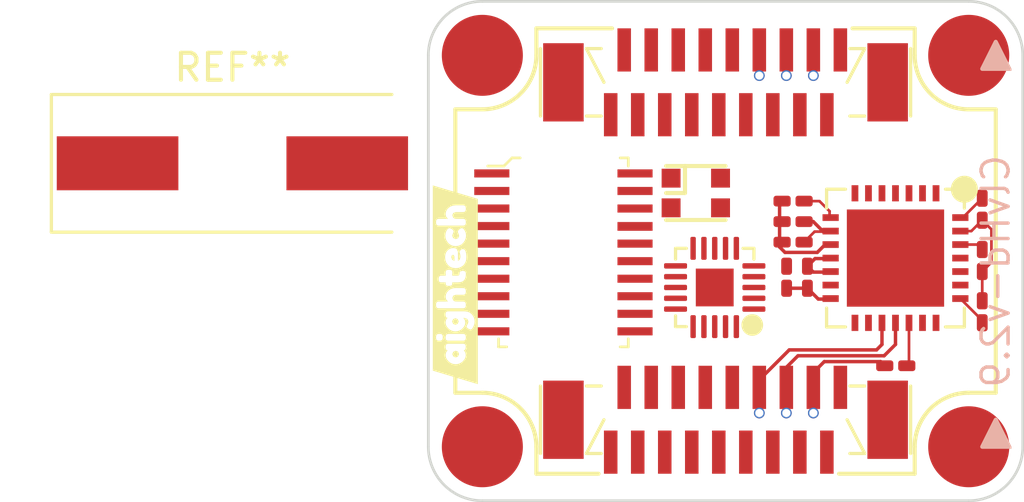
<source format=kicad_pcb>
(kicad_pcb (version 20221018) (generator pcbnew)
  (layers (0 "F.Cu" signal "Front") (1 "In1.Cu" signal) (2 "In2.Cu" signal) (31 "B.Cu" signal "Back") (34 "B.Paste" user) (35 "F.Paste" user) (36 "B.SilkS" user "B.Silkscreen") (37 "F.SilkS" user "F.Silkscreen") (38 "B.Mask" user) (39 "F.Mask" user) (44 "Edge.Cuts" user))
  (net 0 "")
  (net 1 "+3.3V")
  (net 2 "GND")
  (net 3 "DOUT")
  (net 4 "IN1")
  (net 5 "IN2")
  (net 6 "IN3")
  (net 7 "IN4")
  (net 8 "IN5")
  (net 9 "IN_ref")
  (net 10 "SCLK")
  (net 11 "DIN")
  (net 12 "OUT3")
  (net 13 "LED_OUT")
  (net 14 "LED_IN")
  (net 15 "ADD_IN2")
  (net 16 "ADD_IN3")
  (net 17 "ADD_IN4")
  (net 18 "ADD_IN1")
  (net 19 "ADD_OUT1")
  (net 20 "ADD_OUT2")
  (net 21 "ADD_OUT3")
  (net 22 "ADD_OUT4")
  (net 23 "I2C_SCL")
  (net 24 "I2C_SDA")
  (net 25 "AUX1")
  (net 26 "OUT1")
  (net 27 "OUT2")
  (net 28 "/ADS1293CISQE_0402_unit/RLDREF")
  (net 29 "/Vcap")
  (net 30 "/ADS1293CISQE_0402_unit/RLDOUT")
  (net 31 "+5VA")
  (net 32 "ALARMB")
  (net 33 "D_RDYB")
  (net 34 "RESETB")
  (net 35 "AUX2")
  (net 36 "/ADS1293CISQE_0402_unit/RLDINV")
  (net 37 "/ADS1293CISQE_0402_unit/cvref")
  (net 46 "/ADS1293CISQE_0402_unit/CMOUT")
  (net 47 "/ADS1293CISQE_0402_unit/sdo")
  (net 51 "CSB")
  (net 52 "/ADS1293CISQE_0402_unit/D_RDYB")
  (net 53 "/ADS1293CISQE_0402_unit/ALARMB")
  (net 59 "/ADS1293CISQE_0402_unit/XTAL1")
  (net 60 "/ADS1293CISQE_0402_unit/XTAL2")
  (footprint "Capacitor_SMD:C_0201_0603Metric_Pad0.64x0.40mm_HandSolder" (layer "F.Cu") (at 180.88 83.14)
    (fp_text reference "C4" hide)
    (fp_text value "1nF" hide)
    (pad "1" smd roundrect (at -0.4075 0) (size 0.635 0.4) (layers "F.Cu" "F.Mask") (net 36 "/ADS1293CISQE_0402_unit/RLDINV"))
    (pad "2" smd roundrect (at 0.4075 0) (size 0.635 0.4) (layers "F.Cu" "F.Mask") (net 30 "/ADS1293CISQE_0402_unit/RLDOUT"))
  )
  (footprint "Capacitor_SMD:C_0201_0603Metric_Pad0.64x0.40mm_HandSolder" (layer "F.Cu") (at 180.64 85.2 90)
    (fp_text reference "C8" hide)
    (fp_text value "4.7uF" hide)
    (pad "1" smd roundrect (at -0.4075 0 90) (size 0.635 0.4) (layers "F.Cu" "F.Mask") (net 2 "GND"))
    (pad "2" smd roundrect (at 0.4075 0 90) (size 0.635 0.4) (layers "F.Cu" "F.Mask") (net 29 "/Vcap"))
  )
  (footprint "Resistor_SMD:R_0201_0603Metric_Pad0.64x0.40mm_HandSolder" (layer "F.Cu") (at 180.88 83.9)
    (fp_text reference "R2" hide)
    (fp_text value "10M" hide)
    (pad "1" smd roundrect (at -0.4075 0) (size 0.635 0.4) (layers "F.Cu" "F.Mask") (net 36 "/ADS1293CISQE_0402_unit/RLDINV"))
    (pad "2" smd roundrect (at 0.4075 0) (size 0.635 0.4) (layers "F.Cu" "F.Mask") (net 30 "/ADS1293CISQE_0402_unit/RLDOUT"))
  )
  (footprint "Resistor_SMD:R_0201_0603Metric_Pad0.64x0.40mm_HandSolder" (layer "F.Cu") (at 180.88 82.38)
    (fp_text reference "R1" hide)
    (fp_text value "10K" hide)
    (pad "1" smd roundrect (at -0.4075 0) (size 0.635 0.4) (layers "F.Cu" "F.Mask") (net 36 "/ADS1293CISQE_0402_unit/RLDINV"))
    (pad "2" smd roundrect (at 0.4075 0) (size 0.635 0.4) (layers "F.Cu" "F.Mask") (net 46 "/ADS1293CISQE_0402_unit/CMOUT"))
  )
  (footprint "Crystal:Crystal_SMD_HC49-SD" (layer "F.Cu") (at 160.13 80.98)
    (fp_text reference "REF**" (at 0 -3.55) (layer "F.SilkS"))
    (fp_text value "Crystal_SMD_HC49-SD")
    (fp_line (start -6.7 -2.55) (end -6.7 2.55) (stroke (width 0.12)) (layer "F.SilkS"))
    (fp_line (start -6.7 2.55) (end 5.9 2.55) (stroke (width 0.12)) (layer "F.SilkS"))
    (fp_line (start 5.9 -2.55) (end -6.7 -2.55) (stroke (width 0.12)) (layer "F.SilkS"))
    (pad "1" smd rect (at -4.25 0) (size 4.5 2) (layers "F.Cu" "F.Paste" "F.Mask"))
    (pad "2" smd rect (at 4.25 0) (size 4.5 2) (layers "F.Cu" "F.Paste" "F.Mask"))
  )
  (footprint "kibuzzard-63F61033" (layer "F.Cu") (at 168.380001 85.48 90)
    (fp_text reference "kibuzzard-63F61033" hide)
    (fp_text value "G***" hide)
    (fp_poly (pts (xy 1.060132 -0.03429) (xy 1.114425 -0.08001) (xy 1.089422 -0.132874) (xy 1.017984 -0.152876) (xy 0.92583 -0.115014) (xy 0.88011 -0.03429) (xy 1.060132 -0.03429)) (fill solid) (layer "F.SilkS"))
    (fp_poly (pts (xy -2.693194 0.014287) (xy -2.656046 0.099298) (xy -2.566035 0.13716) (xy -2.478167 0.098584) (xy -2.443162 0.013573) (xy -2.476738 -0.072866) (xy -2.566749 -0.112871) (xy -2.658189 -0.072866) (xy -2.693194 0.014287)) (fill solid) (layer "F.SilkS"))
    (fp_poly (pts (xy -1.483042 0.003572) (xy -1.446609 0.087154) (xy -1.358027 0.124301) (xy -1.271587 0.086439) (xy -1.237297 0.003572) (xy -1.270159 -0.080724) (xy -1.358741 -0.120015) (xy -1.448752 -0.081439) (xy -1.483042 0.003572)) (fill solid) (layer "F.SilkS"))
    (fp_poly (pts (xy -2.943225 -0.833438) (xy -3.18135 -0.833438) (xy -3.681412 0.833438) (xy -3.18135 0.833438) (xy -2.943225 0.833438) (xy -2.296716 0.833438) (xy -2.296716 0.387191) (xy -2.401014 0.367903) (xy -2.431732 0.311467) (xy -2.502277 0.36826) (xy -2.608183 0.387191) (xy -2.68859 0.37465) (xy -2.765028 0.337026) (xy -2.837497 0.27432) (xy -2.896235 0.195024) (xy -2.931477 0.107632) (xy -2.943225 0.012144) (xy -2.931398 -0.083264) (xy -2.895917 -0.170418) (xy -2.836783 -0.249317) (xy -2.76352 -0.311626) (xy -2.685653 -0.349012) (xy -2.603182 -0.361474) (xy -2.5146 -0.344329) (xy -2.458879 -0.312182) (xy -2.433161 -0.282893) (xy -2.400657 -0.3429) (xy -2.32029 -0.362903) (xy -2.237422 -0.35433) (xy -2.199561 -0.324326) (xy -2.186702 -0.286464) (xy -2.184559 -0.237173) (xy -2.184559 0.26289) (xy -2.186702 0.312182) (xy -2.198846 0.350044) (xy -2.233315 0.377904) (xy -2.296716 0.387191) (xy -2.296716 0.833438) (xy -1.945957 0.833438) (xy -1.945957 0.390049) (xy -2.018467 0.380405) (xy -2.055971 0.351473) (xy -2.068116 0.314325) (xy -2.070259 0.264319) (xy -2.070259 -0.237173) (xy -2.068116 -0.286464) (xy -2.055971 -0.324326) (xy -2.018109 -0.352187) (xy -1.945243 -0.361384) (xy -1.945243 -0.464344) (xy -2.017395 -0.472916) (xy -2.055257 -0.50292) (xy -2.068116 -0.540782) (xy -2.070259 -0.590074) (xy -2.068116 -0.639366) (xy -2.055971 -0.675799) (xy -2.018109 -0.704731) (xy -1.944529 -0.714375) (xy -1.872377 -0.704731) (xy -1.835944 -0.675799) (xy -1.822371 -0.637937) (xy -1.820227 -0.588645) (xy -1.822371 -0.539353) (xy -1.835229 -0.502206) (xy -1.873091 -0.472916) (xy -1.945243 -0.464344) (xy -1.945243 -0.361384) (xy -1.944529 -0.361474) (xy -1.847374 -0.337185) (xy -1.821656 -0.275749) (xy -1.820227 -0.234315) (xy -1.820227 0.265747) (xy -1.822371 0.315039) (xy -1.835944 0.352901) (xy -1.872734 0.380762) (xy -1.945957 0.390049) (xy -1.945957 0.833438) (xy -1.355884 0.833438) (xy -1.355884 0.714375) (xy -1.461968 0.701159) (xy -1.563052 0.661511) (xy -1.63699 0.611148) (xy -1.661636 0.565785) (xy -1.618774 0.467201) (xy -1.576626 0.425768) (xy -1.541621 0.414338) (xy -1.500187 0.431483) (xy -1.42875 0.47113) (xy -1.351597 0.484346) (xy -1.263015 0.441484) (xy -1.228725 0.338614) (xy -1.228725 0.295751) (xy -1.299091 0.349329) (xy -1.401604 0.367189) (xy -1.478994 0.355044) (xy -1.553051 0.318611) (xy -1.623774 0.257889) (xy -1.681321 0.180975) (xy -1.715849 0.095964) (xy -1.727359 0.002857) (xy -1.71577 -0.090329) (xy -1.681004 -0.175578) (xy -1.62306 -0.252889) (xy -1.551305 -0.314008) (xy -1.475105 -0.350679) (xy -1.39446 -0.362903) (xy -1.305877 -0.345043) (xy -1.250871 -0.312182) (xy -1.227296 -0.284321) (xy -1.198007 -0.345043) (xy -1.117282 -0.36576) (xy -1.035844 -0.357188) (xy -0.999411 -0.327898) (xy -0.986552 -0.291465) (xy -0.984409 -0.242888) (xy -0.984409 0.348615) (xy -0.997109 0.451088) (xy -1.035209 0.539433) (xy -1.098709 0.613648) (xy -1.178084 0.669608) (xy -1.263809 0.703183) (xy -1.355884 0.714375) (xy -1.355884 0.833438) (xy -0.245745 0.833438) (xy -0.245745 0.390049) (xy -0.316468 0.380762) (xy -0.35433 0.352901) (xy -0.367903 0.314325) (xy -0.370046 0.26289) (xy -0.370046 0.012859) (xy -0.402907 -0.078581) (xy -0.486489 -0.111443) (xy -0.575786 -0.080724) (xy -0.620077 -0.01143) (xy -0.620077 0.265747) (xy -0.622221 0.315039) (xy -0.635794 0.352901) (xy -0.672584 0.380762) (xy -0.745807 0.390049) (xy -0.818317 0.380405) (xy -0.855821 0.351473) (xy -0.867966 0.314325) (xy -0.870109 0.264319) (xy -0.870109 -0.590074) (xy -0.867966 -0.639366) (xy -0.855821 -0.675799) (xy -0.817959 -0.704731) (xy -0.744379 -0.714375) (xy -0.672227 -0.704731) (xy -0.635794 -0.675799) (xy -0.622221 -0.637937) (xy -0.620077 -0.588645) (xy -0.620077 -0.272891) (xy -0.542568 -0.338257) (xy -0.452914 -0.360045) (xy -0.362982 -0.34798) (xy -0.283686 -0.311785) (xy -0.215027 -0.25146) (xy -0.162242 -0.173673) (xy -0.130572 -0.08509) (xy -0.120015 0.014287) (xy -0.120015 0.265747) (xy -0.122158 0.315039) (xy -0.135731 0.352901) (xy -0.172522 0.380762) (xy -0.245745 0.390049) (xy -0.245745 0.833438) (xy 0.392906 0.833438) (xy 0.392906 0.390049) (xy 0.301784 0.382587) (xy 0.226536 0.360204) (xy 0.167164 0.322897) (xy 0.124301 0.267811) (xy 0.098584 0.192088) (xy 0.090011 0.095726) (xy 0.090011 -0.115729) (xy 0.031433 -0.111443) (xy -0.020717 -0.135731) (xy -0.041434 -0.218599) (xy -0.03429 -0.303609) (xy -0.014287 -0.341471) (xy 0.042863 -0.360045) (xy 0.090011 -0.35433) (xy 0.090011 -0.501491) (xy 0.092154 -0.550069) (xy 0.105728 -0.584359) (xy 0.142518 -0.611148) (xy 0.215741 -0.620078) (xy 0.293251 -0.606862) (xy 0.33147 -0.567214) (xy 0.338614 -0.494348) (xy 0.338614 -0.35433) (xy 0.433626 -0.360045) (xy 0.482203 -0.357902) (xy 0.520065 -0.344329) (xy 0.547926 -0.307538) (xy 0.557213 -0.234315) (xy 0.547568 -0.161806) (xy 0.518636 -0.124301) (xy 0.480774 -0.112157) (xy 0.431483 -0.110014) (xy 0.338614 -0.115729) (xy 0.338614 0.081439) (xy 0.350758 0.13716) (xy 0.396478 0.154305) (xy 0.447913 0.156448) (xy 0.485775 0.170021) (xy 0.518636 0.265747) (xy 0.508635 0.338257) (xy 0.478631 0.375761) (xy 0.440769 0.387906) (xy 0.392906 0.390049) (xy 0.392906 0.833438) (xy 1.020127 0.833438) (xy 1.020127 0.408623) (xy 0.920294 0.399514) (xy 0.832247 0.372189) (xy 0.759202 0.329863) (xy 0.704374 0.275749) (xy 0.654368 0.19558) (xy 0.624364 0.109379) (xy 0.614363 0.017145) (xy 0.627301 -0.094853) (xy 0.666115 -0.190818) (xy 0.730806 -0.270748) (xy 0.814864 -0.330676) (xy 0.911781 -0.366633) (xy 1.021556 -0.378619) (xy 1.114246 -0.369868) (xy 1.193721 -0.343614) (xy 1.259979 -0.299859) (xy 1.313021 -0.238601) (xy 1.349454 -0.160913) (xy 1.361599 -0.076438) (xy 1.350705 0) (xy 1.318022 0.053578) (xy 1.221581 0.095726) (xy 0.882967 0.095726) (xy 0.930116 0.162878) (xy 1.024414 0.190024) (xy 1.098352 0.185738) (xy 1.15443 0.172879) (xy 1.170146 0.167164) (xy 1.227296 0.151448) (xy 1.305878 0.215741) (xy 1.324451 0.281464) (xy 1.305431 0.337096) (xy 1.24837 0.376833) (xy 1.153269 0.400675) (xy 1.020127 0.408623) (xy 1.020127 0.833438) (xy 1.821656 0.833438) (xy 1.821656 0.397193) (xy 1.734185 0.386556) (xy 1.648936 0.354648) (xy 1.56591 0.301466) (xy 1.512689 0.248067) (xy 1.470184 0.179308) (xy 1.442323 0.098941) (xy 1.433036 0.010716) (xy 1.442323 -0.077152) (xy 1.470184 -0.156448) (xy 1.512689 -0.224135) (xy 1.56591 -0.277178) (xy 1.646714 -0.329565) (xy 1.73101 -0.360998) (xy 1.818799 -0.371475) (xy 1.924526 -0.356473) (xy 2.00025 -0.327184) (xy 2.02311 -0.312896) (xy 2.063115 -0.28575) (xy 2.100263 -0.220742) (xy 2.070259 -0.138589) (xy 2.019895 -0.079653) (xy 1.971675 -0.060008) (xy 1.894523 -0.09144) (xy 1.820942 -0.115729) (xy 1.731645 -0.081439) (xy 1.690211 0.013573) (xy 1.730216 0.107871) (xy 1.815227 0.141446) (xy 1.899523 0.115014) (xy 1.963103 0.088582) (xy 2.010608 0.107513) (xy 2.067401 0.164306) (xy 2.100263 0.238601) (xy 2.080617 0.291108) (xy 2.021681 0.340042) (xy 1.930956 0.382905) (xy 1.821656 0.397193) (xy 1.821656 0.833438) (xy 2.817495 0.833438) (xy 2.817495 0.390049) (xy 2.746772 0.380762) (xy 2.70891 0.352901) (xy 2.695337 0.314325) (xy 2.693194 0.26289) (xy 2.693194 0.012859) (xy 2.660332 -0.078581) (xy 2.576751 -0.111443) (xy 2.487454 -0.080724) (xy 2.443162 -0.01143) (xy 2.443162 0.265747) (xy 2.441019 0.315039) (xy 2.427446 0.352901) (xy 2.390656 0.380762) (xy 2.317433 0.390049) (xy 2.244923 0.380405) (xy 2.207419 0.351473) (xy 2.195274 0.314325) (xy 2.193131 0.264319) (xy 2.193131 -0.590074) (xy 2.195274 -0.639366) (xy 2.207419 -0.675799) (xy 2.245281 -0.704731) (xy 2.318861 -0.714375) (xy 2.391013 -0.704731) (xy 2.427446 -0.675799) (xy 2.441019 -0.637937) (xy 2.443162 -0.588645) (xy 2.443162 -0.272891) (xy 2.520672 -0.338257) (xy 2.610326 -0.360045) (xy 2.700258 -0.34798) (xy 2.779554 -0.311785) (xy 2.848213 -0.25146) (xy 2.900998 -0.173673) (xy 2.932668 -0.08509) (xy 2.943225 0.014287) (xy 2.943225 0.265747) (xy 2.941082 0.315039) (xy 2.927509 0.352901) (xy 2.890718 0.380762) (xy 2.817495 0.390049) (xy 2.817495 0.833438) (xy 2.943225 0.833438) (xy 3.18135 0.833438) (xy 3.681413 -0.833438) (xy 3.18135 -0.833438) (xy 2.943225 -0.833438) (xy -2.943225 -0.833438)) (fill solid) (layer "F.SilkS"))
  )
  (footprint "00_custom-footprints:insert_1.2mm" (layer "F.Cu") (at 169.38 76.98)
    (fp_text reference "I4" hide)
    (fp_text value "smd_insert" hide)
    (pad "1" smd circle (at 0 0) (size 3 3) (layers "F.Cu" "F.Mask"))
  )
  (footprint "Resistor_SMD:R_0201_0603Metric_Pad0.64x0.40mm_HandSolder" (layer "F.Cu") (at 184.68 88.48 180)
    (fp_text reference "R3" hide)
    (fp_text value "51" hide)
    (pad "1" smd roundrect (at -0.4075 0 180) (size 0.635 0.4) (layers "F.Cu" "F.Mask") (net 47 "/ADS1293CISQE_0402_unit/sdo"))
    (pad "2" smd roundrect (at 0.4075 0 180) (size 0.635 0.4) (layers "F.Cu" "F.Mask") (net 3 "DOUT"))
  )
  (footprint "00_custom-footprints:XF2J-1824-12A" (layer "F.Cu") (at 178.38 77.98 180)
    (fp_text reference "J2" hide)
    (fp_text value "XF2J-1824-12A" hide)
    (fp_line (start -6.85 1.25) (end -6.85 -1.25) (stroke (width 0.12)) (layer "F.SilkS"))
    (fp_line (start -4.6 -1.25) (end -5.15 -1.25) (stroke (width 0.12)) (layer "F.SilkS"))
    (fp_line (start -4.6 1.25) (end -5.15 1.25) (stroke (width 0.12)) (layer "F.SilkS"))
    (fp_line (start -4.5 0) (end -5.15 1.25) (stroke (width 0.12)) (layer "F.SilkS"))
    (fp_line (start 4.5 0) (end 5.15 1.25) (stroke (width 0.12)) (layer "F.SilkS"))
    (fp_line (start 4.6 1.25) (end 5.15 1.25) (stroke (width 0.12)) (layer "F.SilkS"))
    (fp_line (start 5.15 -1.25) (end 4.6 -1.25) (stroke (width 0.12)) (layer "F.SilkS"))
    (fp_line (start 6.85 1.25) (end 6.85 -1.25) (stroke (width 0.12)) (layer "F.SilkS"))
    (pad "1" smd rect (at -4.25 1.2 180) (size 0.5 1.6) (layers "F.Cu" "F.Paste" "F.Mask") (net 1 "+3.3V"))
    (pad "2" smd rect (at -3.75 -1.2 180) (size 0.5 1.6) (layers "F.Cu" "F.Paste" "F.Mask") (net 31 "+5VA"))
    (pad "3" smd rect (at -3.25 1.2 180) (size 0.5 1.6) (layers "F.Cu" "F.Paste" "F.Mask") (net 3 "DOUT"))
    (pad "4" smd rect (at -2.75 -1.2 180) (size 0.5 1.6) (layers "F.Cu" "F.Paste" "F.Mask") (net 2 "GND"))
    (pad "5" smd rect (at -2.25 1.2 180) (size 0.5 1.6) (layers "F.Cu" "F.Paste" "F.Mask") (net 11 "DIN"))
    (pad "6" smd rect (at -1.75 -1.2 180) (size 0.5 1.6) (layers "F.Cu" "F.Paste" "F.Mask") (net 35 "AUX2"))
    (pad "7" smd rect (at -1.25 1.2 180) (size 0.5 1.6) (layers "F.Cu" "F.Paste" "F.Mask") (net 10 "SCLK"))
    (pad "8" smd rect (at -0.75 -1.2 180) (size 0.5 1.6) (layers "F.Cu" "F.Paste" "F.Mask") (net 25 "AUX1"))
    (pad "9" smd rect (at -0.25 1.2 180) (size 0.5 1.6) (layers "F.Cu" "F.Paste" "F.Mask") (net 2 "GND"))
    (pad "10" smd rect (at 0.25 -1.2 180) (size 0.5 1.6) (layers "F.Cu" "F.Paste" "F.Mask") (net 9 "IN_ref"))
    (pad "11" smd rect (at 0.75 1.2 180) (size 0.5 1.6) (layers "F.Cu" "F.Paste" "F.Mask") (net 34 "RESETB"))
    (pad "12" smd rect (at 1.25 -1.2 180) (size 0.5 1.6) (layers "F.Cu" "F.Paste" "F.Mask") (net 23 "I2C_SCL"))
    (pad "13" smd rect (at 1.75 1.2 180) (size 0.5 1.6) (layers "F.Cu" "F.Paste" "F.Mask") (net 24 "I2C_SDA"))
    (pad "14" smd rect (at 2.25 -1.2 180) (size 0.5 1.6) (layers "F.Cu" "F.Paste" "F.Mask") (net 22 "ADD_OUT4"))
    (pad "15" smd rect (at 2.75 1.2 180) (size 0.5 1.6) (layers "F.Cu" "F.Paste" "F.Mask") (net 21 "ADD_OUT3"))
    (pad "16" smd rect (at 3.25 -1.2 180) (size 0.5 1.6) (layers "F.Cu" "F.Paste" "F.Mask") (net 20 "ADD_OUT2"))
    (pad "17" smd rect (at 3.75 1.2 180) (size 0.5 1.6) (layers "F.Cu" "F.Paste" "F.Mask") (net 19 "ADD_OUT1"))
    (pad "18" smd rect (at 4.25 -1.2 180) (size 0.5 1.6) (layers "F.Cu" "F.Paste" "F.Mask") (net 13 "LED_OUT"))
    (pad "19" smd rect (at -6 0 180) (size 1.5 2.9) (layers "F.Cu" "F.Paste" "F.Mask"))
    (pad "20" smd rect (at 6 0 180) (size 1.5 2.9) (layers "F.Cu" "F.Paste" "F.Mask"))
  )
  (footprint "00_custom-footprints:XF2J-1824-12A" (layer "F.Cu") (at 178.38 90.48)
    (fp_text reference "J1" hide)
    (fp_text value "XF2J-1824-12A" hide)
    (fp_line (start -6.85 1.25) (end -6.85 -1.25) (stroke (width 0.12)) (layer "F.SilkS"))
    (fp_line (start -4.6 -1.25) (end -5.15 -1.25) (stroke (width 0.12)) (layer "F.SilkS"))
    (fp_line (start -4.6 1.25) (end -5.15 1.25) (stroke (width 0.12)) (layer "F.SilkS"))
    (fp_line (start -4.5 0) (end -5.15 1.25) (stroke (width 0.12)) (layer "F.SilkS"))
    (fp_line (start 4.5 0) (end 5.15 1.25) (stroke (width 0.12)) (layer "F.SilkS"))
    (fp_line (start 4.6 1.25) (end 5.15 1.25) (stroke (width 0.12)) (layer "F.SilkS"))
    (fp_line (start 5.15 -1.25) (end 4.6 -1.25) (stroke (width 0.12)) (layer "F.SilkS"))
    (fp_line (start 6.85 1.25) (end 6.85 -1.25) (stroke (width 0.12)) (layer "F.SilkS"))
    (pad "1" smd rect (at -4.25 1.2) (size 0.5 1.6) (layers "F.Cu" "F.Paste" "F.Mask") (net 14 "LED_IN"))
    (pad "2" smd rect (at -3.75 -1.2) (size 0.5 1.6) (layers "F.Cu" "F.Paste" "F.Mask") (net 18 "ADD_IN1"))
    (pad "3" smd rect (at -3.25 1.2) (size 0.5 1.6) (layers "F.Cu" "F.Paste" "F.Mask") (net 15 "ADD_IN2"))
    (pad "4" smd rect (at -2.75 -1.2) (size 0.5 1.6) (layers "F.Cu" "F.Paste" "F.Mask") (net 16 "ADD_IN3"))
    (pad "5" smd rect (at -2.25 1.2) (size 0.5 1.6) (layers "F.Cu" "F.Paste" "F.Mask") (net 17 "ADD_IN4"))
    (pad "6" smd rect (at -1.75 -1.2) (size 0.5 1.6) (layers "F.Cu" "F.Paste" "F.Mask") (net 24 "I2C_SDA"))
    (pad "7" smd rect (at -1.25 1.2) (size 0.5 1.6) (layers "F.Cu" "F.Paste" "F.Mask") (net 23 "I2C_SCL"))
    (pad "8" smd rect (at -0.75 -1.2) (size 0.5 1.6) (layers "F.Cu" "F.Paste" "F.Mask") (net 34 "RESETB"))
    (pad "9" smd rect (at -0.25 1.2) (size 0.5 1.6) (layers "F.Cu" "F.Paste" "F.Mask") (net 9 "IN_ref"))
    (pad "10" smd rect (at 0.25 -1.2) (size 0.5 1.6) (layers "F.Cu" "F.Paste" "F.Mask") (net 2 "GND"))
    (pad "11" smd rect (at 0.75 1.2) (size 0.5 1.6) (layers "F.Cu" "F.Paste" "F.Mask") (net 25 "AUX1"))
    (pad "12" smd rect (at 1.25 -1.2) (size 0.5 1.6) (layers "F.Cu" "F.Paste" "F.Mask") (net 10 "SCLK"))
    (pad "13" smd rect (at 1.75 1.2) (size 0.5 1.6) (layers "F.Cu" "F.Paste" "F.Mask") (net 35 "AUX2"))
    (pad "14" smd rect (at 2.25 -1.2) (size 0.5 1.6) (layers "F.Cu" "F.Paste" "F.Mask") (net 11 "DIN"))
    (pad "15" smd rect (at 2.75 1.2) (size 0.5 1.6) (layers "F.Cu" "F.Paste" "F.Mask") (net 2 "GND"))
    (pad "16" smd rect (at 3.25 -1.2) (size 0.5 1.6) (layers "F.Cu" "F.Paste" "F.Mask") (net 3 "DOUT"))
    (pad "17" smd rect (at 3.75 1.2) (size 0.5 1.6) (layers "F.Cu" "F.Paste" "F.Mask") (net 31 "+5VA"))
    (pad "18" smd rect (at 4.25 -1.2) (size 0.5 1.6) (layers "F.Cu" "F.Paste" "F.Mask") (net 1 "+3.3V"))
    (pad "19" smd rect (at -6 0) (size 1.5 2.9) (layers "F.Cu" "F.Paste" "F.Mask"))
    (pad "20" smd rect (at 6 0) (size 1.5 2.9) (layers "F.Cu" "F.Paste" "F.Mask"))
  )
  (footprint "00_custom-footprints:insert_1.2mm" (layer "F.Cu") (at 187.38 91.48)
    (fp_text reference "I2" hide)
    (fp_text value "smd_insert" hide)
    (pad "1" smd circle (at 0 0) (size 3 3) (layers "F.Cu" "F.Mask"))
  )
  (footprint "00_custom-footprints:WS2812-2020" (layer "F.Cu") (at 177.28 82.08 180)
    (fp_text reference "LED1" hide)
    (fp_text value "WS2812-2020" hide)
    (fp_line (start -1.1 -1) (end 1.1 -1) (stroke (width 0.15)) (layer "F.SilkS"))
    (fp_line (start -1.1 1) (end 1.1 1) (stroke (width 0.15)) (layer "F.SilkS"))
    (fp_line (start 0.4 0) (end 1.1 0) (stroke (width 0.15)) (layer "F.SilkS"))
    (fp_line (start 0.4 1) (end 0.4 0) (stroke (width 0.15)) (layer "F.SilkS"))
    (pad "1" smd rect (at 0.915 0.55 180) (size 0.7 0.7) (layers "F.Cu" "F.Paste" "F.Mask"))
    (pad "2" smd rect (at 0.915 -0.55 180) (size 0.7 0.7) (layers "F.Cu" "F.Paste" "F.Mask") (net 2 "GND"))
    (pad "3" smd rect (at -0.915 -0.55 180) (size 0.7 0.7) (layers "F.Cu" "F.Paste" "F.Mask"))
    (pad "4" smd rect (at -0.915 0.55 180) (size 0.7 0.7) (layers "F.Cu" "F.Paste" "F.Mask") (net 1 "+3.3V"))
  )
  (footprint "00_custom-footprints:ADS1293CISQE" (layer "F.Cu") (at 184.6695 84.4905 -90)
    (fp_text reference "U1" hide)
    (fp_text value "ADS1293CISQE-NOPB" hide)
    (fp_line (start -2.55 -2.55) (end -2.55 -1.85) (stroke (width 0.12)) (layer "F.SilkS"))
    (fp_line (start -2.55 1.85) (end -2.55 2.55) (stroke (width 0.12)) (layer "F.SilkS"))
    (fp_line (start -2.55 2.55) (end -1.85 2.55) (stroke (width 0.12)) (layer "F.SilkS"))
    (fp_line (start -1.85 -2.55) (end -2.55 -2.55) (stroke (width 0.12)) (layer "F.SilkS"))
    (fp_line (start 1.85 2.55) (end 2.55 2.55) (stroke (width 0.12)) (layer "F.SilkS"))
    (fp_line (start 2.55 -2.55) (end 1.85 -2.55) (stroke (width 0.12)) (layer "F.SilkS"))
    (fp_line (start 2.55 -1.85) (end 2.55 -2.55) (stroke (width 0.12)) (layer "F.SilkS"))
    (fp_line (start 2.55 2.55) (end 2.55 1.85) (stroke (width 0.12)) (layer "F.SilkS"))
    (fp_circle (center -2.55 -2.55) (end -2.05 -2.55) (fill solid) (layer "F.SilkS"))
    (pad "1" smd rect (at -2.4 -1.5) (size 0.25 0.6) (layers "F.Cu" "F.Paste" "F.Mask") (net 4 "IN1"))
    (pad "2" smd rect (at -2.4 -1.000001) (size 0.25 0.6) (layers "F.Cu" "F.Paste" "F.Mask") (net 5 "IN2"))
    (pad "3" smd rect (at -2.4 -0.499999) (size 0.25 0.6) (layers "F.Cu" "F.Paste" "F.Mask") (net 6 "IN3"))
    (pad "4" smd rect (at -2.4 0) (size 0.25 0.6) (layers "F.Cu" "F.Paste" "F.Mask") (net 7 "IN4"))
    (pad "5" smd rect (at -2.4 0.499999) (size 0.25 0.6) (layers "F.Cu" "F.Paste" "F.Mask") (net 8 "IN5"))
    (pad "6" smd rect (at -2.4 1.000001) (size 0.25 0.6) (layers "F.Cu" "F.Paste" "F.Mask") (net 9 "IN_ref"))
    (pad "7" smd rect (at -2.4 1.5) (size 0.25 0.6) (layers "F.Cu" "F.Paste" "F.Mask"))
    (pad "8" smd rect (at -1.5 2.4 270) (size 0.25 0.6) (layers "F.Cu" "F.Paste" "F.Mask") (net 46 "/ADS1293CISQE_0402_unit/CMOUT"))
    (pad "9" smd rect (at -1.000001 2.4 270) (size 0.25 0.6) (layers "F.Cu" "F.Paste" "F.Mask") (net 30 "/ADS1293CISQE_0402_unit/RLDOUT"))
    (pad "10" smd rect (at -0.499999 2.4 270) (size 0.25 0.6) (layers "F.Cu" "F.Paste" "F.Mask") (net 36 "/ADS1293CISQE_0402_unit/RLDINV"))
    (pad "11" smd rect (at 0 2.4 270) (size 0.25 0.6) (layers "F.Cu" "F.Paste" "F.Mask") (net 28 "/ADS1293CISQE_0402_unit/RLDREF"))
    (pad "12" smd rect (at 0.499999 2.4 270) (size 0.25 0.6) (layers "F.Cu" "F.Paste" "F.Mask") (net 28 "/ADS1293CISQE_0402_unit/RLDREF"))
    (pad "13" smd rect (at 1.000001 2.4 270) (size 0.25 0.6) (layers "F.Cu" "F.Paste" "F.Mask"))
    (pad "14" smd rect (at 1.5 2.4 270) (size 0.25 0.6) (layers "F.Cu" "F.Paste" "F.Mask") (net 2 "GND"))
    (pad "15" smd rect (at 2.4 1.5) (size 0.25 0.6) (layers "F.Cu" "F.Paste" "F.Mask") (net 53 "/ADS1293CISQE_0402_unit/ALARMB"))
    (pad "16" smd rect (at 2.4 1.000001) (size 0.25 0.6) (layers "F.Cu" "F.Paste" "F.Mask") (net 51 "CSB"))
    (pad "17" smd rect (at 2.4 0.499999) (size 0.25 0.6) (layers "F.Cu" "F.Paste" "F.Mask") (net 10 "SCLK"))
    (pad "18" smd rect (at 2.4 0) (size 0.25 0.6) (layers "F.Cu" "F.Paste" "F.Mask") (net 11 "DIN"))
    (pad "19" smd rect (at 2.4 -0.499999) (size 0.25 0.6) (layers "F.Cu" "F.Paste" "F.Mask") (net 47 "/ADS1293CISQE_0402_unit/sdo"))
    (pad "20" smd rect (at 2.4 -1.000001) (size 0.25 0.6) (layers "F.Cu" "F.Paste" "F.Mask") (net 52 "/ADS1293CISQE_0402_unit/D_RDYB"))
    (pad "21" smd rect (at 2.4 -1.5) (size 0.25 0.6) (layers "F.Cu" "F.Paste" "F.Mask"))
    (pad "22" smd rect (at 1.5 -2.4 270) (size 0.25 0.6) (layers "F.Cu" "F.Paste" "F.Mask") (net 1 "+3.3V"))
    (pad "23" smd rect (at 1.000001 -2.4 270) (size 0.25 0.6) (layers "F.Cu" "F.Paste" "F.Mask") (net 60 "/ADS1293CISQE_0402_unit/XTAL2"))
    (pad "24" smd rect (at 0.499999 -2.4 270) (size 0.25 0.6) (layers "F.Cu" "F.Paste" "F.Mask") (net 59 "/ADS1293CISQE_0402_unit/XTAL1"))
    (pad "25" smd rect (at 0 -2.4 270) (size 0.25 0.6) (layers "F.Cu" "F.Paste" "F.Mask"))
    (pad "26" smd rect (at -0.499999 -2.4 270) (size 0.25 0.6) (layers "F.Cu" "F.Paste" "F.Mask") (net 37 "/ADS1293CISQE_0402_unit/cvref"))
    (pad "27" smd rect (at -1.000001 -2.4 270) (size 0.25 0.6) (layers "F.Cu" "F.Paste" "F.Mask") (net 2 "GND"))
    (pad "28" smd rect (at -1.5 -2.4 270) (size 0.25 0.6) (layers "F.Cu" "F.Paste" "F.Mask") (net 31 "+5VA"))
    (pad "29" smd rect (at 0 0 270) (size 3.6 3.6) (layers "F.Cu") (net 2 "GND"))
  )
  (footprint "Capacitor_SMD:C_0201_0603Metric_Pad0.64x0.40mm_HandSolder" (layer "F.Cu") (at 187.88 84.58 -90)
    (fp_text reference "C6" hide)
    (fp_text value "1uF" hide)
    (pad "1" smd roundrect (at -0.4075 0 270) (size 0.635 0.4) (layers "F.Cu" "F.Mask") (net 37 "/ADS1293CISQE_0402_unit/cvref"))
    (pad "2" smd roundrect (at 0.4075 0 270) (size 0.635 0.4) (layers "F.Cu" "F.Mask") (net 2 "GND"))
  )
  (footprint "Capacitor_SMD:C_0201_0603Metric_Pad0.64x0.40mm_HandSolder" (layer "F.Cu") (at 187.88 82.68 -90)
    (fp_text reference "C5" hide)
    (fp_text value "100nF" hide)
    (pad "1" smd roundrect (at -0.4075 0 270) (size 0.635 0.4) (layers "F.Cu" "F.Mask") (net 31 "+5VA"))
    (pad "2" smd roundrect (at 0.4075 0 270) (size 0.635 0.4) (layers "F.Cu" "F.Mask") (net 2 "GND"))
  )
  (footprint "digikey-footprints:TSSOP-20_W4.4mm_small" (layer "F.Cu") (at 172.38 84.28 -90)
    (fp_text reference "U3" hide)
    (fp_text value "74HC688" hide)
    (fp_line (start -3.5 -2.4) (end -3.5 -2.1) (stroke (width 0.1)) (layer "F.SilkS"))
    (fp_line (start -3.5 1.6) (end -3.5 1.9) (stroke (width 0.1)) (layer "F.SilkS"))
    (fp_line (start -3.5 1.9) (end -3.2 2.2) (stroke (width 0.1)) (layer "F.SilkS"))
    (fp_line (start -3.2 -2.4) (end -3.5 -2.4) (stroke (width 0.1)) (layer "F.SilkS"))
    (fp_line (start -3.2 2.2) (end -3.2 2.8) (stroke (width 0.1)) (layer "F.SilkS"))
    (fp_line (start 3.2 -2.4) (end 3.5 -2.4) (stroke (width 0.1)) (layer "F.SilkS"))
    (fp_line (start 3.5 -2.4) (end 3.5 -2.1) (stroke (width 0.1)) (layer "F.SilkS"))
    (fp_line (start 3.5 2.4) (end 3.2 2.4) (stroke (width 0.1)) (layer "F.SilkS"))
    (fp_line (start 3.5 2.4) (end 3.5 2.1) (stroke (width 0.1)) (layer "F.SilkS"))
    (pad "1" smd rect (at -2.925 2.65 270) (size 0.3 1.3) (layers "F.Cu" "F.Paste" "F.Mask"))
    (pad "2" smd rect (at -2.275 2.65 270) (size 0.3 1.3) (layers "F.Cu" "F.Paste" "F.Mask"))
    (pad "3" smd rect (at -1.625 2.65 270) (size 0.3 1.3) (layers "F.Cu" "F.Paste" "F.Mask"))
    (pad "4" smd rect (at -0.975 2.65 270) (size 0.3 1.3) (layers "F.Cu" "F.Paste" "F.Mask"))
    (pad "5" smd rect (at -0.325 2.65 270) (size 0.3 1.3) (layers "F.Cu" "F.Paste" "F.Mask"))
    (pad "6" smd rect (at 0.325 2.65 270) (size 0.3 1.3) (layers "F.Cu" "F.Paste" "F.Mask"))
    (pad "7" smd rect (at 0.975 2.65 270) (size 0.3 1.3) (layers "F.Cu" "F.Paste" "F.Mask"))
    (pad "8" smd rect (at 1.625 2.65 270) (size 0.3 1.3) (layers "F.Cu" "F.Paste" "F.Mask"))
    (pad "9" smd rect (at 2.275 2.65 270) (size 0.3 1.3) (layers "F.Cu" "F.Paste" "F.Mask"))
    (pad "10" smd rect (at 2.925 2.65 270) (size 0.3 1.3) (layers "F.Cu" "F.Paste" "F.Mask"))
    (pad "11" smd rect (at 2.925 -2.65 270) (size 0.3 1.3) (layers "F.Cu" "F.Paste" "F.Mask"))
    (pad "12" smd rect (at 2.275 -2.65 270) (size 0.3 1.3) (layers "F.Cu" "F.Paste" "F.Mask"))
    (pad "13" smd rect (at 1.625 -2.65 270) (size 0.3 1.3) (layers "F.Cu" "F.Paste" "F.Mask"))
    (pad "14" smd rect (at 0.975 -2.65 270) (size 0.3 1.3) (layers "F.Cu" "F.Paste" "F.Mask"))
    (pad "15" smd rect (at 0.325 -2.65 270) (size 0.3 1.3) (layers "F.Cu" "F.Paste" "F.Mask"))
    (pad "16" smd rect (at -0.325 -2.65 270) (size 0.3 1.3) (layers "F.Cu" "F.Paste" "F.Mask"))
    (pad "17" smd rect (at -0.9625 -2.65 270) (size 0.325 1.3) (layers "F.Cu" "F.Paste" "F.Mask"))
    (pad "18" smd rect (at -1.625 -2.65 270) (size 0.3 1.3) (layers "F.Cu" "F.Paste" "F.Mask"))
    (pad "19" smd rect (at -2.275 -2.65 270) (size 0.3 1.3) (layers "F.Cu" "F.Paste" "F.Mask"))
    (pad "20" smd rect (at -2.925 -2.65 270) (size 0.3 1.3) (layers "F.Cu" "F.Paste" "F.Mask"))
  )
  (footprint "Capacitor_SMD:C_0201_0603Metric_Pad0.64x0.40mm_HandSolder" (layer "F.Cu") (at 181.41 85.2 -90)
    (fp_text reference "C3" hide)
    (fp_text value "100nF" hide)
    (pad "1" smd roundrect (at -0.4075 0 270) (size 0.635 0.4) (layers "F.Cu" "F.Mask") (net 28 "/ADS1293CISQE_0402_unit/RLDREF"))
    (pad "2" smd roundrect (at 0.4075 0 270) (size 0.635 0.4) (layers "F.Cu" "F.Mask") (net 2 "GND"))
  )
  (footprint "00_custom-footprints:insert_1.2mm" (layer "F.Cu") (at 187.38 76.98)
    (fp_text reference "I3" hide)
    (fp_text value "smd_insert" hide)
    (pad "1" smd circle (at 0 0) (size 3 3) (layers "F.Cu" "F.Mask"))
  )
  (footprint "00_custom-footprints:insert_1.2mm" (layer "F.Cu") (at 169.38 91.48)
    (fp_text reference "I1" hide)
    (fp_text value "smd_insert" hide)
    (pad "1" smd circle (at 0 0) (size 3 3) (layers "F.Cu" "F.Mask"))
  )
  (footprint "Capacitor_SMD:C_0201_0603Metric_Pad0.64x0.40mm_HandSolder" (layer "F.Cu") (at 187.88 86.48 90)
    (fp_text reference "C7" hide)
    (fp_text value "100nF" hide)
    (pad "1" smd roundrect (at -0.4075 0 90) (size 0.635 0.4) (layers "F.Cu" "F.Mask") (net 1 "+3.3V"))
    (pad "2" smd roundrect (at 0.4075 0 90) (size 0.635 0.4) (layers "F.Cu" "F.Mask") (net 2 "GND"))
  )
  (footprint "00_custom-footprints:QFN-20-1EP_3x3mm_P0.4mm_EP1.4x1.4mm" (layer "F.Cu") (at 177.98 85.58 180)
    (fp_text reference "U2" hide)
    (fp_text value "HC32L110C6UA" hide)
    (fp_line (start -1.45 1.45) (end -1.45 1.05) (stroke (width 0.12)) (layer "F.SilkS"))
    (fp_line (start -1.05 1.45) (end -1.45 1.45) (stroke (width 0.12)) (layer "F.SilkS"))
    (fp_line (start 1.05 -1.45) (end 1.45 -1.45) (stroke (width 0.12)) (layer "F.SilkS"))
    (fp_line (start 1.45 -1.45) (end 1.45 -1.05) (stroke (width 0.12)) (layer "F.SilkS"))
    (fp_line (start 1.45 1.05) (end 1.45 1.45) (stroke (width 0.12)) (layer "F.SilkS"))
    (fp_line (start 1.45 1.45) (end 1.05 1.45) (stroke (width 0.12)) (layer "F.SilkS"))
    (fp_circle (center -1.39 -1.39) (end -0.99 -1.39) (fill solid) (layer "F.SilkS"))
    (pad "1" smd roundrect (at -1.45 -0.8 180) (size 0.85 0.2) (layers "F.Cu" "F.Paste" "F.Mask") (net 34 "RESETB"))
    (pad "2" smd roundrect (at -1.45 -0.4 180) (size 0.85 0.2) (layers "F.Cu" "F.Paste" "F.Mask") (net 51 "CSB"))
    (pad "3" smd roundrect (at -1.45 0 180) (size 0.85 0.2) (layers "F.Cu" "F.Paste" "F.Mask") (net 32 "ALARMB"))
    (pad "4" smd roundrect (at -1.45 0.4 180) (size 0.85 0.2) (layers "F.Cu" "F.Paste" "F.Mask") (net 2 "GND"))
    (pad "5" smd roundrect (at -1.45 0.8 180) (size 0.85 0.2) (layers "F.Cu" "F.Paste" "F.Mask") (net 29 "/Vcap"))
    (pad "6" smd roundrect (at -0.8 1.45 180) (size 0.2 0.85) (layers "F.Cu" "F.Paste" "F.Mask") (net 1 "+3.3V"))
    (pad "7" smd roundrect (at -0.4 1.45 180) (size 0.2 0.85) (layers "F.Cu" "F.Paste" "F.Mask"))
    (pad "8" smd roundrect (at 0 1.45 180) (size 0.2 0.85) (layers "F.Cu" "F.Paste" "F.Mask"))
    (pad "9" smd roundrect (at 0.4 1.45 180) (size 0.2 0.85) (layers "F.Cu" "F.Paste" "F.Mask"))
    (pad "10" smd roundrect (at 0.8 1.45 180) (size 0.2 0.85) (layers "F.Cu" "F.Paste" "F.Mask"))
    (pad "11" smd roundrect (at 1.45 0.8 180) (size 0.85 0.2) (layers "F.Cu" "F.Paste" "F.Mask") (net 12 "OUT3"))
    (pad "12" smd roundrect (at 1.45 0.4 180) (size 0.85 0.2) (layers "F.Cu" "F.Paste" "F.Mask") (net 27 "OUT2"))
    (pad "13" smd roundrect (at 1.45 0 180) (size 0.85 0.2) (layers "F.Cu" "F.Paste" "F.Mask") (net 26 "OUT1"))
    (pad "14" smd roundrect (at 1.45 -0.4 180) (size 0.85 0.2) (layers "F.Cu" "F.Paste" "F.Mask") (net 35 "AUX2"))
    (pad "15" smd roundrect (at 1.45 -0.8 180) (size 0.85 0.2) (layers "F.Cu" "F.Paste" "F.Mask") (net 25 "AUX1"))
    (pad "16" smd roundrect (at 0.8 -1.45 180) (size 0.2 0.85) (layers "F.Cu" "F.Paste" "F.Mask"))
    (pad "17" smd roundrect (at 0.4 -1.45 180) (size 0.2 0.85) (layers "F.Cu" "F.Paste" "F.Mask") (net 33 "D_RDYB"))
    (pad "18" smd roundrect (at 0 -1.45 180) (size 0.2 0.85) (layers "F.Cu" "F.Paste" "F.Mask") (net 14 "LED_IN"))
    (pad "19" smd roundrect (at -0.4 -1.45 180) (size 0.2 0.85) (layers "F.Cu" "F.Paste" "F.Mask") (net 24 "I2C_SDA"))
    (pad "20" smd roundrect (at -0.8 -1.45 180) (size 0.2 0.85) (layers "F.Cu" "F.Paste" "F.Mask") (net 23 "I2C_SCL"))
    (pad "21" smd rect (at 0 0 180) (size 1.4 1.4) (layers "F.Cu" "F.Mask") (net 2 "GND"))
  )
  (gr_poly (pts (xy 188.880001 91.479999) (xy 187.880001 91.479999) (xy 188.380001 90.479999)) (stroke (width 0.1524)) (fill solid) (layer "B.SilkS"))
  (gr_poly (pts (xy 188.880001 77.479999) (xy 187.880001 77.479999) (xy 188.380001 76.479999)) (stroke (width 0.1524)) (fill solid) (layer "B.SilkS"))
  (gr_line (start 168.380001 88.78) (end 168.38 89.479999) (stroke (width 0.15)) (layer "F.SilkS"))
  (gr_line (start 173.68 92.48) (end 171.38 92.48) (stroke (width 0.15)) (layer "F.SilkS"))
  (gr_line (start 187.38 89.48) (end 188.38 89.480001) (stroke (width 0.15)) (layer "F.SilkS"))
  (gr_line (start 185.379999 76.979999) (end 185.38 75.979999) (stroke (width 0.15)) (layer "F.SilkS"))
  (gr_line (start 169.379999 78.979999) (end 168.379999 78.979998) (stroke (width 0.15)) (layer "F.SilkS"))
  (gr_arc (start 171.379999 76.979999) (mid 170.794213 78.394213) (end 169.379999 78.979999) (stroke (width 0.1524)) (layer "F.SilkS"))
  (gr_line (start 185.38 91.48) (end 185.379999 92.48) (stroke (width 0.15)) (layer "F.SilkS"))
  (gr_arc (start 185.38 91.48) (mid 185.965786 90.065786) (end 187.38 89.48) (stroke (width 0.1524)) (layer "F.SilkS"))
  (gr_line (start 188.379999 78.98) (end 188.38 89.480001) (stroke (width 0.15)) (layer "F.SilkS"))
  (gr_arc (start 169.38 89.48) (mid 170.794214 90.065786) (end 171.38 91.48) (stroke (width 0.1524)) (layer "F.SilkS"))
  (gr_arc (start 187.379999 78.979999) (mid 185.965785 78.394213) (end 185.379999 76.979999) (stroke (width 0.1524)) (layer "F.SilkS"))
  (gr_line (start 169.38 89.48) (end 168.38 89.479999) (stroke (width 0.15)) (layer "F.SilkS"))
  (gr_line (start 171.38 92.48) (end 171.38 91.48) (stroke (width 0.15)) (layer "F.SilkS"))
  (gr_line (start 171.379999 76.979999) (end 171.38 75.979999) (stroke (width 0.15)) (layer "F.SilkS"))
  (gr_line (start 183.08 75.979999) (end 185.38 75.979999) (stroke (width 0.15)) (layer "F.SilkS"))
  (gr_line (start 187.379999 78.979999) (end 188.379999 78.98) (stroke (width 0.15)) (layer "F.SilkS"))
  (gr_line (start 182.58 92.48) (end 185.379999 92.48) (stroke (width 0.15)) (layer "F.SilkS"))
  (gr_line (start 168.379999 78.979998) (end 168.380001 82.18) (stroke (width 0.15)) (layer "F.SilkS"))
  (gr_line (start 174.18 75.98) (end 171.38 75.979999) (stroke (width 0.15)) (layer "F.SilkS"))
  (gr_arc (start 169.38 93.48) (mid 167.965786 92.894214) (end 167.38 91.48) (stroke (width 0.1)) (layer "Edge.Cuts"))
  (gr_line (start 169.379999 74.979999) (end 187.379999 74.979999) (stroke (width 0.1)) (layer "Edge.Cuts"))
  (gr_arc (start 189.38 91.48) (mid 188.794214 92.894214) (end 187.38 93.48) (stroke (width 0.1)) (layer "Edge.Cuts"))
  (gr_line (start 167.379999 76.979999) (end 167.38 91.48) (stroke (width 0.1)) (layer "Edge.Cuts"))
  (gr_line (start 189.379999 76.979999) (end 189.38 91.48) (stroke (width 0.1)) (layer "Edge.Cuts"))
  (gr_line (start 169.38 93.48) (end 187.38 93.48) (stroke (width 0.1)) (layer "Edge.Cuts"))
  (gr_arc (start 187.379999 74.979999) (mid 188.794213 75.565785) (end 189.379999 76.979999) (stroke (width 0.1)) (layer "Edge.Cuts"))
  (gr_arc (start 167.379999 76.979999) (mid 167.965785 75.565785) (end 169.379999 74.979999) (stroke (width 0.1)) (layer "Edge.Cuts"))
  (gr_text "ClvHd-v2.9" (at 188.380001 84.979999 90) (layer "B.SilkS") (effects (font (size 1 1) (thickness 0.127)) (justify mirror)))
  (segment (start 187.88 86.8875) (end 187.88 86.801) (width 0.1) (layer "F.Cu") (net 1))
  (segment (start 187.88 86.801) (end 187.0695 85.9905) (width 0.1) (layer "F.Cu") (net 1))
  (segment (start 182.23 86.01) (end 181.8125 86.01) (width 0.127) (layer "F.Cu") (net 2))
  (segment (start 187.0695 83.490499) (end 187.477001 83.490499) (width 0.1) (layer "F.Cu") (net 2))
  (segment (start 187.477001 83.490499) (end 187.88 83.0875) (width 0.1) (layer "F.Cu") (net 2))
  (segment (start 188.22 83.4275) (end 188.22 84.6475) (width 0.1) (layer "F.Cu") (net 2))
  (segment (start 181.8125 86.01) (end 181.41 85.6075) (width 0.127) (layer "F.Cu") (net 2))
  (segment (start 187.88 83.0875) (end 188.22 83.4275) (width 0.1) (layer "F.Cu") (net 2))
  (segment (start 181.41 85.6075) (end 180.64 85.6075) (width 0.127) (layer "F.Cu") (net 2))
  (segment (start 187.88 84.9875) (end 187.88 86.0725) (width 0.1) (layer "F.Cu") (net 2))
  (segment (start 188.22 84.6475) (end 187.88 84.9875) (width 0.1) (layer "F.Cu") (net 2))
  (segment (start 181.63 88.73) (end 182.0335 88.3265) (width 0.127) (layer "F.Cu") (net 3))
  (segment (start 181.63 90.23) (end 181.63 89.28) (width 0.1) (layer "F.Cu") (net 3))
  (segment (start 184.119 88.3265) (end 184.2725 88.48) (width 0.127) (layer "F.Cu") (net 3))
  (segment (start 182.0335 88.3265) (end 184.119 88.3265) (width 0.127) (layer "F.Cu") (net 3))
  (segment (start 181.63 76.78) (end 181.63 77.73) (width 0.1) (layer "F.Cu") (net 3))
  (segment (start 181.63 89.28) (end 181.63 88.73) (width 0.127) (layer "F.Cu") (net 3))
  (via (at 181.63 90.23) (size 0.4) (drill 0.3) (layers "F.Cu" "B.Cu") (net 3))
  (via (at 181.63 77.73) (size 0.4) (drill 0.3) (layers "F.Cu" "B.Cu") (net 3))
  (segment (start 179.63 77.73) (end 179.63 76.78) (width 0.127) (layer "F.Cu") (net 10))
  (segment (start 179.63 89) (end 180.7375 87.8925) (width 0.127) (layer "F.Cu") (net 10))
  (segment (start 184.169501 87.690499) (end 184.169501 86.8905) (width 0.127) (layer "F.Cu") (net 10))
  (segment (start 179.63 90.23) (end 179.63 89.28) (width 0.127) (layer "F.Cu") (net 10))
  (segment (start 179.63 89.28) (end 179.63 89) (width 0.127) (layer "F.Cu") (net 10))
  (segment (start 183.9675 87.8925) (end 184.169501 87.690499) (width 0.127) (layer "F.Cu") (net 10))
  (segment (start 180.7375 87.8925) (end 183.9675 87.8925) (width 0.127) (layer "F.Cu") (net 10))
  (via (at 179.63 90.23) (size 0.4) (drill 0.3) (layers "F.Cu" "B.Cu") (net 10))
  (via (at 179.63 77.73) (size 0.4) (drill 0.3) (layers "F.Cu" "B.Cu") (net 10))
  (segment (start 180.63 89.28) (end 180.63 90.23) (width 0.127) (layer "F.Cu") (net 11))
  (segment (start 181.0605 88.1095) (end 184.2505 88.1095) (width 0.127) (layer "F.Cu") (net 11))
  (segment (start 180.63 88.54) (end 181.0605 88.1095) (width 0.127) (layer "F.Cu") (net 11))
  (segment (start 184.2505 88.1095) (end 184.6695 87.6905) (width 0.127) (layer "F.Cu") (net 11))
  (segment (start 184.6695 87.6905) (end 184.6695 86.8905) (width 0.127) (layer "F.Cu") (net 11))
  (segment (start 180.63 76.78) (end 180.63 77.73) (width 0.1) (layer "F.Cu") (net 11))
  (segment (start 180.63 89.28) (end 180.63 88.54) (width 0.127) (layer "F.Cu") (net 11))
  (via (at 180.63 77.73) (size 0.4) (drill 0.3) (layers "F.Cu" "B.Cu") (net 11))
  (via (at 180.63 90.23) (size 0.4) (drill 0.3) (layers "F.Cu" "B.Cu") (net 11))
  (segment (start 181.41 84.7925) (end 181.6925 84.51) (width 0.127) (layer "F.Cu") (net 28))
  (segment (start 181.627499 85.009999) (end 181.41 84.7925) (width 0.127) (layer "F.Cu") (net 28))
  (segment (start 182.23 85.009999) (end 181.627499 85.009999) (width 0.127) (layer "F.Cu") (net 28))
  (segment (start 181.6925 84.51) (end 182.23 84.51) (width 0.127) (layer "F.Cu") (net 28))
  (segment (start 182.23 83.509999) (end 181.997999 83.509999) (width 0.127) (layer "F.Cu") (net 30))
  (segment (start 181.677501 83.509999) (end 182.23 83.509999) (width 0.1) (layer "F.Cu") (net 30))
  (segment (start 181.2875 83.9) (end 181.677501 83.509999) (width 0.1) (layer "F.Cu") (net 30))
  (segment (start 181.628 83.14) (end 181.2875 83.14) (width 0.127) (layer "F.Cu") (net 30))
  (segment (start 181.997999 83.509999) (end 181.628 83.14) (width 0.127) (layer "F.Cu") (net 30))
  (segment (start 187.0695 82.9905) (end 187.162 82.9905) (width 0.1) (layer "F.Cu") (net 31))
  (segment (start 187.162 82.9905) (end 187.88 82.2725) (width 0.1) (layer "F.Cu") (net 31))
  (segment (start 180.38 84.08) (end 180.38 82.4725) (width 0.127) (layer "F.Cu") (net 36))
  (segment (start 181.7765 84.28) (end 180.58 84.28) (width 0.127) (layer "F.Cu") (net 36))
  (segment (start 182.046499 84.010001) (end 181.7765 84.28) (width 0.127) (layer "F.Cu") (net 36))
  (segment (start 182.23 84.010001) (end 182.212999 83.993) (width 0.127) (layer "F.Cu") (net 36))
  (segment (start 182.23 84.010001) (end 182.046499 84.010001) (width 0.127) (layer "F.Cu") (net 36))
  (segment (start 180.38 82.4725) (end 180.4725 82.38) (width 0.127) (layer "F.Cu") (net 36))
  (segment (start 180.58 84.28) (end 180.38 84.08) (width 0.127) (layer "F.Cu") (net 36))
  (segment (start 187.698001 83.990501) (end 187.88 84.1725) (width 0.1) (layer "F.Cu") (net 37))
  (segment (start 187.0695 83.990501) (end 187.698001 83.990501) (width 0.1) (layer "F.Cu") (net 37))
  (segment (start 181.85598 82.38) (end 182.23 82.75402) (width 0.1) (layer "F.Cu") (net 46))
  (segment (start 181.2875 82.38) (end 181.85598 82.38) (width 0.1) (layer "F.Cu") (net 46))
  (segment (start 182.23 82.75402) (end 182.23 83.01) (width 0.1) (layer "F.Cu") (net 46))
  (segment (start 185.169499 88.398001) (end 185.0875 88.48) (width 0.1) (layer "F.Cu") (net 47))
  (segment (start 185.169499 86.8905) (end 185.169499 88.398001) (width 0.1) (layer "F.Cu") (net 47))
)
</source>
